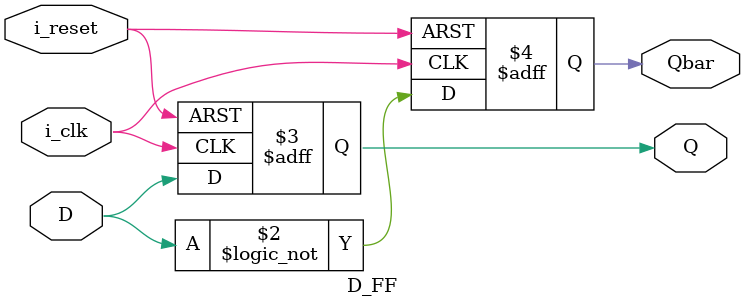
<source format=v>
`timescale 1ns / 1ps

module D_FF(
    input i_clk,
    input i_reset,
    input D,
    output reg Q,
    output reg Qbar
    );
    
    always @(posedge i_clk, posedge i_reset) begin     // 8Hz
        if (i_reset) begin
            Q <= 0;
            Qbar <= 1;
        end else begin
            Q <= D;
            Qbar <= !D;
        end
    end
endmodule

</source>
